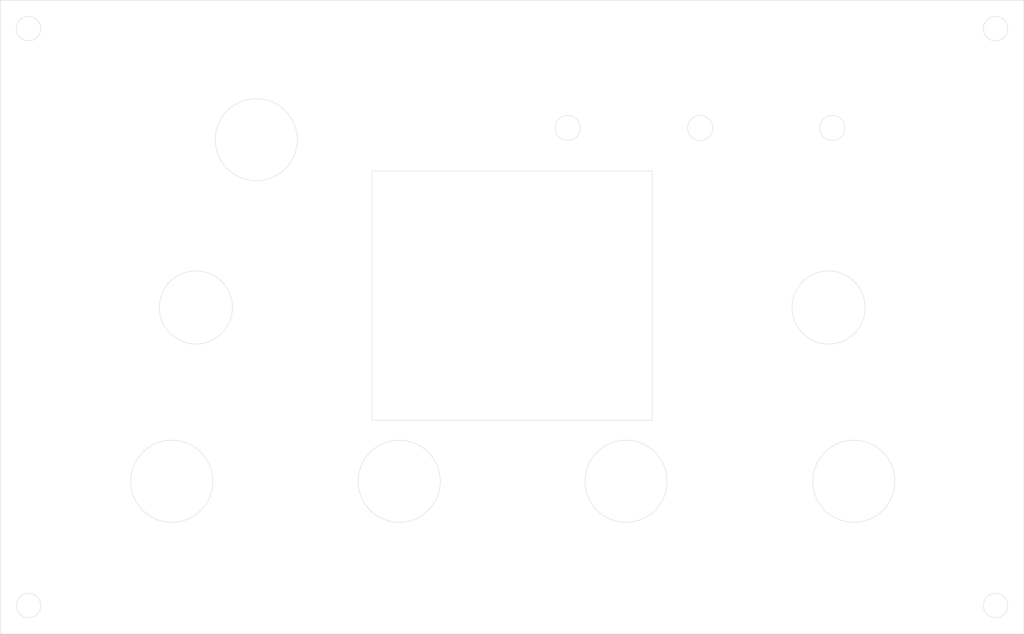
<source format=kicad_pcb>
(kicad_pcb (version 20221018) (generator pcbnew)

  (general
    (thickness 1.6)
  )

  (paper "A4")
  (layers
    (0 "F.Cu" signal)
    (31 "B.Cu" signal)
    (32 "B.Adhes" user "B.Adhesive")
    (33 "F.Adhes" user "F.Adhesive")
    (34 "B.Paste" user)
    (35 "F.Paste" user)
    (36 "B.SilkS" user "B.Silkscreen")
    (37 "F.SilkS" user "F.Silkscreen")
    (38 "B.Mask" user)
    (39 "F.Mask" user)
    (40 "Dwgs.User" user "User.Drawings")
    (41 "Cmts.User" user "User.Comments")
    (42 "Eco1.User" user "User.Eco1")
    (43 "Eco2.User" user "User.Eco2")
    (44 "Edge.Cuts" user)
    (45 "Margin" user)
    (46 "B.CrtYd" user "B.Courtyard")
    (47 "F.CrtYd" user "F.Courtyard")
    (48 "B.Fab" user)
    (49 "F.Fab" user)
    (50 "User.1" user)
    (51 "User.2" user)
    (52 "User.3" user)
    (53 "User.4" user)
    (54 "User.5" user)
    (55 "User.6" user)
    (56 "User.7" user)
    (57 "User.8" user)
    (58 "User.9" user)
  )

  (setup
    (pad_to_mask_clearance 0)
    (pcbplotparams
      (layerselection 0x00010fc_ffffffff)
      (plot_on_all_layers_selection 0x0000000_00000000)
      (disableapertmacros false)
      (usegerberextensions false)
      (usegerberattributes true)
      (usegerberadvancedattributes true)
      (creategerberjobfile true)
      (dashed_line_dash_ratio 12.000000)
      (dashed_line_gap_ratio 3.000000)
      (svgprecision 4)
      (plotframeref false)
      (viasonmask false)
      (mode 1)
      (useauxorigin false)
      (hpglpennumber 1)
      (hpglpenspeed 20)
      (hpglpendiameter 15.000000)
      (dxfpolygonmode true)
      (dxfimperialunits true)
      (dxfusepcbnewfont true)
      (psnegative false)
      (psa4output false)
      (plotreference true)
      (plotvalue true)
      (plotinvisibletext false)
      (sketchpadsonfab false)
      (subtractmaskfromsilk false)
      (outputformat 4)
      (mirror false)
      (drillshape 0)
      (scaleselection 1)
      (outputdirectory "")
    )
  )

  (net 0 "")

  (gr_circle (center 105.91 116.59) (end 110.96 116.59)
    (stroke (width 0.05) (type default)) (fill none) (layer "Edge.Cuts") (tstamp 0b6ac299-195c-4b5d-9919-a90cf6f037e9))
  (gr_circle (center 133.9 116.59) (end 138.95 116.59)
    (stroke (width 0.05) (type default)) (fill none) (layer "Edge.Cuts") (tstamp 0de6a250-301b-4e03-980b-9d4de3af0bc6))
  (gr_circle (center 88.28 60.88) (end 89.78 60.88)
    (stroke (width 0.05) (type default)) (fill none) (layer "Edge.Cuts") (tstamp 290a5cfc-b636-43eb-8544-6033018e3a9b))
  (gr_circle (center 116.310079 74.54) (end 121.360079 74.54)
    (stroke (width 0.05) (type default)) (fill none) (layer "Edge.Cuts") (tstamp 2e0c1bdf-82c4-423a-995a-0f9baa14d51d))
  (gr_rect (start 130.55 78.4) (end 165.05 109.1)
    (stroke (width 0.05) (type default)) (fill none) (layer "Edge.Cuts") (tstamp 3dc28ac3-e8c7-4992-aa43-745bc41fe038))
  (gr_circle (center 207.29 60.88) (end 207.29 62.38)
    (stroke (width 0.05) (type default)) (fill none) (layer "Edge.Cuts") (tstamp 41d375de-454e-4f9f-b3fe-0a78661cdc87))
  (gr_circle (center 161.82 116.59) (end 166.87 116.59)
    (stroke (width 0.05) (type default)) (fill none) (layer "Edge.Cuts") (tstamp 501a75ae-c0af-46fc-8972-fe919e1f1ed2))
  (gr_circle (center 207.3 131.88) (end 205.8 131.88)
    (stroke (width 0.05) (type default)) (fill none) (layer "Edge.Cuts") (tstamp 74c7c9b1-b025-4c15-a1e6-4b399bc43d9d))
  (gr_circle (center 189.86 116.59) (end 194.91 116.59)
    (stroke (width 0.05) (type default)) (fill none) (layer "Edge.Cuts") (tstamp b275598c-c026-4d68-857c-df92f2563b99))
  (gr_circle (center 186.750011 95.2) (end 191.250011 95.2)
    (stroke (width 0.05) (type default)) (fill none) (layer "Edge.Cuts") (tstamp c30f6a25-d703-4db1-889e-d530c2b49b18))
  (gr_circle (center 187.2 73.1) (end 188.75 73.1)
    (stroke (width 0.05) (type default)) (fill none) (layer "Edge.Cuts") (tstamp d6d7b30f-5afb-451e-9752-45067113e0cf))
  (gr_circle (center 108.875 95.2) (end 113.375 95.2)
    (stroke (width 0.05) (type default)) (fill none) (layer "Edge.Cuts") (tstamp da3c8275-b22d-4a66-8064-7da0fc2b25bd))
  (gr_circle (center 88.29 131.88) (end 88.29 130.38)
    (stroke (width 0.05) (type default)) (fill none) (layer "Edge.Cuts") (tstamp dd6b7332-d1ac-4298-9e34-76c5d51f2d03))
  (gr_rect (start 84.79 57.38) (end 210.79 135.38)
    (stroke (width 0.05) (type default)) (fill none) (layer "Edge.Cuts") (tstamp e5c242bd-e44f-466f-b1ef-080b0a440de4))
  (gr_circle (center 170.95 73.1) (end 172.5 73.1)
    (stroke (width 0.05) (type default)) (fill none) (layer "Edge.Cuts") (tstamp eab24f3b-f43b-4342-9a4f-48e59c7e1fad))
  (gr_circle (center 154.65 73.1) (end 156.2 73.1)
    (stroke (width 0.05) (type default)) (fill none) (layer "Edge.Cuts") (tstamp f9d54753-cded-47a7-b8c6-104825bd2ccf))

)

</source>
